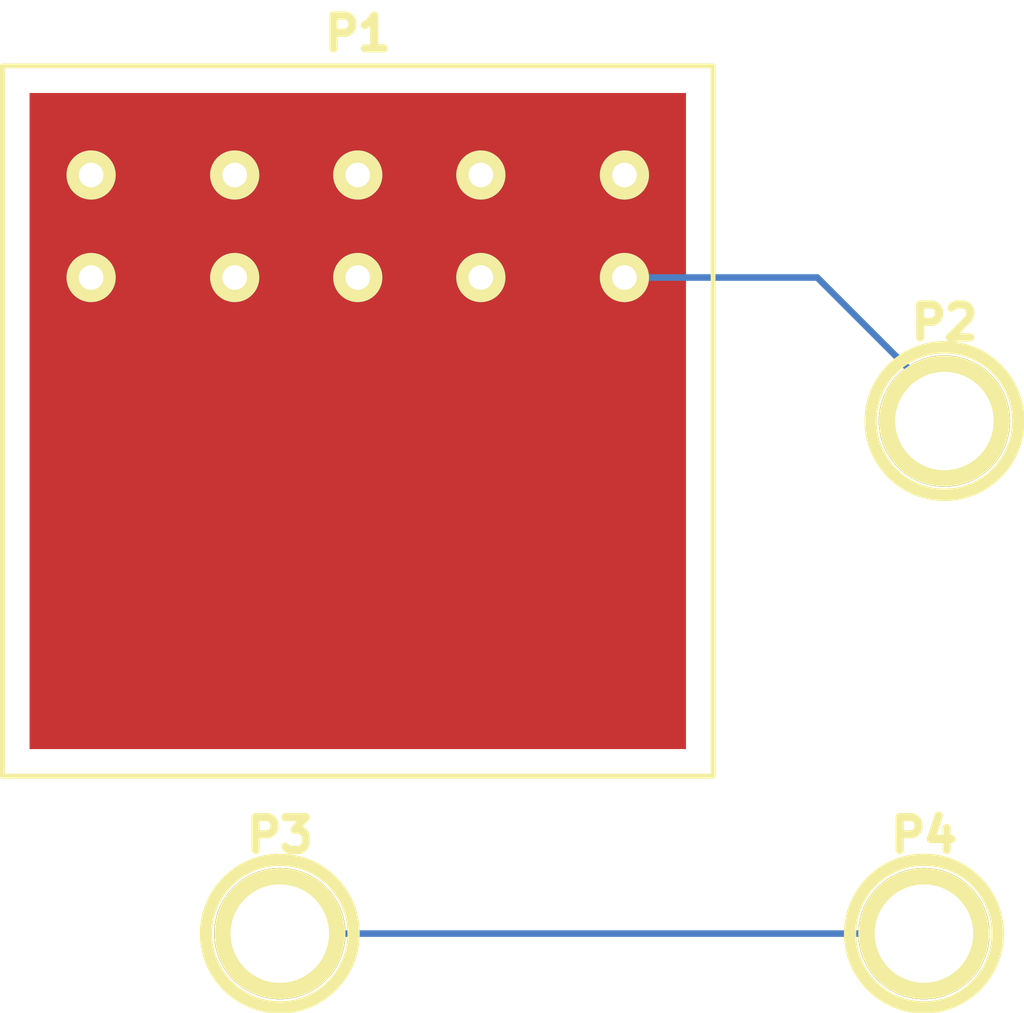
<source format=kicad_pcb>
(kicad_pcb (version 20221018) (generator pcbnew)
  (layers (0 "F.Cu" signal "Dessus") (31 "B.Cu" signal "Dessous") (34 "B.Paste" user) (35 "F.Paste" user) (36 "B.SilkS" user "B.Silkscreen") (37 "F.SilkS" user "F.Silkscreen") (38 "B.Mask" user) (39 "F.Mask" user) (44 "Edge.Cuts" user))
  (net 0 "")
  (net 1 "/NET1")
  (net 2 "/NET2")
  (footprint "1pin" (layer "F.Cu") (at 89.535 45.593)
    (fp_text reference "P1" (at 0 -12) (layer "F.SilkS") (effects (font (size 1.016 1.016) (thickness 0.254))))
    (fp_text value "CONN_1" hide)
    (fp_line (start -11 -11) (end 11 -11) (stroke (width 0.15)) (layer "F.SilkS"))
    (fp_line (start -11 11) (end -11 -11) (stroke (width 0.15)) (layer "F.SilkS"))
    (fp_line (start 11 -11) (end 11 11) (stroke (width 0.15)) (layer "F.SilkS"))
    (fp_line (start 11 11) (end -11 11) (stroke (width 0.15)) (layer "F.SilkS"))
    (pad "1" thru_hole circle (at -8.255 -7.62) (size 1.524 1.524) (drill 0.762) (layers "*.Cu" "*.Mask" "F.SilkS") (net 2 "/NET2"))
    (pad "1" thru_hole circle (at -8.255 -4.445) (size 1.524 1.524) (drill 0.762) (layers "*.Cu" "*.Mask" "F.SilkS") (net 2 "/NET2"))
    (pad "1" thru_hole circle (at -3.81 -7.62) (size 1.524 1.524) (drill 0.762) (layers "*.Cu" "*.Mask" "F.SilkS") (net 2 "/NET2"))
    (pad "1" thru_hole circle (at -3.81 -4.445) (size 1.524 1.524) (drill 0.762) (layers "*.Cu" "*.Mask" "F.SilkS") (net 2 "/NET2"))
    (pad "1" thru_hole circle (at 0 -7.62) (size 1.524 1.524) (drill 0.762) (layers "*.Cu" "*.Mask" "F.SilkS") (net 2 "/NET2"))
    (pad "1" thru_hole circle (at 0 -4.445) (size 1.524 1.524) (drill 0.762) (layers "*.Cu" "*.Mask" "F.SilkS") (net 2 "/NET2"))
    (pad "1" smd rect (at 0 0) (size 20.32 20.32) (layers "F.Cu" "F.Paste" "F.Mask") (net 2 "/NET2"))
    (pad "1" thru_hole circle (at 3.81 -7.62) (size 1.524 1.524) (drill 0.762) (layers "*.Cu" "*.Mask" "F.SilkS") (net 2 "/NET2"))
    (pad "1" thru_hole circle (at 3.81 -4.445) (size 1.524 1.524) (drill 0.762) (layers "*.Cu" "*.Mask" "F.SilkS") (net 2 "/NET2"))
    (pad "1" thru_hole circle (at 8.255 -7.62) (size 1.524 1.524) (drill 0.762) (layers "*.Cu" "*.Mask" "F.SilkS") (net 2 "/NET2"))
    (pad "1" thru_hole circle (at 8.255 -4.445) (size 1.524 1.524) (drill 0.762) (layers "*.Cu" "*.Mask" "F.SilkS") (net 2 "/NET2"))
  )
  (footprint "1pin" (layer "F.Cu") (at 107.696 45.593)
    (fp_text reference "P2" (at 0 -3.048) (layer "F.SilkS") (effects (font (size 1.016 1.016) (thickness 0.254))))
    (fp_text value "CONN_1" hide)
    (fp_circle (center 0 0) (end 0 -2.286) (stroke (width 0.381)) (fill none) (layer "F.SilkS"))
    (pad "1" thru_hole circle (at 0 0) (size 4.064 4.064) (drill 3.048) (layers "*.Cu" "*.Mask" "F.SilkS") (net 2 "/NET2"))
  )
  (footprint "1pin" (layer "F.Cu") (at 87.122 61.468)
    (fp_text reference "P3" (at 0 -3.048) (layer "F.SilkS") (effects (font (size 1.016 1.016) (thickness 0.254))))
    (fp_text value "CONN_1" hide)
    (fp_circle (center 0 0) (end 0 -2.286) (stroke (width 0.381)) (fill none) (layer "F.SilkS"))
    (pad "1" thru_hole circle (at 0 0) (size 4.064 4.064) (drill 3.048) (layers "*.Cu" "*.Mask" "F.SilkS") (net 1 "/NET1"))
  )
  (footprint "1pin" (layer "F.Cu") (at 107.061 61.468)
    (fp_text reference "P4" (at 0 -3.048) (layer "F.SilkS") (effects (font (size 1.016 1.016) (thickness 0.254))))
    (fp_text value "CONN_1" hide)
    (fp_circle (center 0 0) (end 0 -2.286) (stroke (width 0.381)) (fill none) (layer "F.SilkS"))
    (pad "1" thru_hole circle (at 0 0) (size 4.064 4.064) (drill 3.048) (layers "*.Cu" "*.Mask" "F.SilkS") (net 1 "/NET1"))
  )
  (segment (start 107.061 61.468) (end 87.122 61.468) (width 0.2032) (layer "B.Cu") (net 1))
  (segment (start 97.79 41.148) (end 103.759 41.148) (width 0.2032) (layer "B.Cu") (net 2))
  (segment (start 103.759 41.148) (end 107.696 45.085) (width 0.2032) (layer "B.Cu") (net 2))
  (segment (start 107.696 45.085) (end 107.696 45.593) (width 0.2032) (layer "B.Cu") (net 2))
)
</source>
